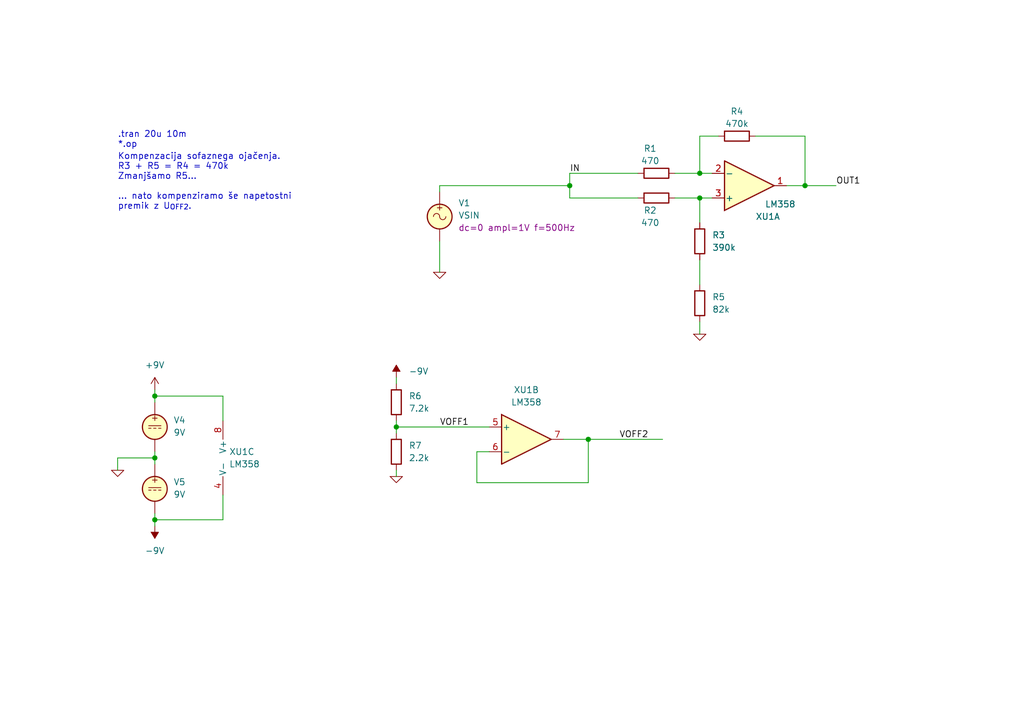
<source format=kicad_sch>
(kicad_sch (version 20250114) (generator "eeschema") (generator_version "9.0")
  (paper "A5")
  (lib_symbols
    (symbol "Amplifier_Operational:LM358" (pin_names (offset 0.127))
      (property "Reference" "U" (at 0 5.08 0))
      (property "Value" "LM358" (at 0 -5.08 0))
      (symbol "LM358_1_1"
        (polyline (pts (xy -5.08 5.08) (xy 5.08 0) (xy -5.08 -5.08) (xy -5.08 5.08)) (stroke (width 0.254)) (fill (type background)))
        (pin input line (at -7.62 2.54 0) (length 2.54) (name "+") (number "3"))
        (pin input line (at -7.62 -2.54 0) (length 2.54) (name "-") (number "2"))
        (pin output line (at 7.62 0 180) (length 2.54) (name "~") (number "1"))
      )
      (symbol "LM358_2_1"
        (polyline (pts (xy -5.08 5.08) (xy 5.08 0) (xy -5.08 -5.08) (xy -5.08 5.08)) (stroke (width 0.254)) (fill (type background)))
        (pin input line (at -7.62 2.54 0) (length 2.54) (name "+") (number "5"))
        (pin input line (at -7.62 -2.54 0) (length 2.54) (name "-") (number "6"))
        (pin output line (at 7.62 0 180) (length 2.54) (name "~") (number "7"))
      )
      (symbol "LM358_3_1"
        (pin power_in line (at -2.54 7.62 270) (length 3.81) (name "V+") (number "8"))
        (pin power_in line (at -2.54 -7.62 90) (length 3.81) (name "V-") (number "4"))
      )
    )
    (symbol "Device:R" (pin_numbers (hide yes)) (pin_names (offset 0))
      (property "Reference" "R" (at 2.032 0 90))
      (property "Value" "R" (at 0 0 90))
      (symbol "R_0_1"
        (rectangle (start -1.016 -2.54) (end 1.016 2.54) (stroke (width 0.254)))
      )
      (symbol "R_1_1"
        (pin passive line (at 0 3.81 270) (length 1.27) (name "~") (number "1"))
        (pin passive line (at 0 -3.81 90) (length 1.27) (name "~") (number "2"))
      )
    )
    (symbol "Simulation_SPICE:VDC" (pin_numbers (hide yes)) (pin_names (offset 0.0254))
      (property "Reference" "V" (at 2.54 2.54 0))
      (property "Value" "1" (at 2.54 0 0))
      (symbol "VDC_0_0"
        (polyline (pts (xy -1.27 0.254) (xy 1.27 0.254)))
        (polyline (pts (xy -0.762 -0.254) (xy -1.27 -0.254)))
        (polyline (pts (xy 0.254 -0.254) (xy -0.254 -0.254)))
        (polyline (pts (xy 1.27 -0.254) (xy 0.762 -0.254)))
        (text "+" (at 0 1.905 0) (effects (font (size 1.27 1.27))))
      )
      (symbol "VDC_0_1"
        (circle (center 0 0) (radius 2.54) (stroke (width 0.254)) (fill (type background)))
      )
      (symbol "VDC_1_1"
        (pin passive line (at 0 5.08 270) (length 2.54) (name "~") (number "1"))
        (pin passive line (at 0 -5.08 90) (length 2.54) (name "~") (number "2"))
      )
    )
    (symbol "Simulation_SPICE:VSIN" (pin_numbers (hide yes)) (pin_names (offset 0.0254))
      (property "Reference" "V" (at 2.54 2.54 0))
      (property "Value" "VSIN" (at 2.54 0 0))
      (property "Spice_Model" "sin(0 1 1k)" (at 2.54 -2.54 0))
      (symbol "VSIN_0_0"
        (arc (start -1.27 0) (mid -0.635 0.6323) (end 0 0))
        (arc (start 1.27 0) (mid 0.635 -0.6323) (end 0 0))
        (text "+" (at 0 1.905 0) (effects (font (size 1.27 1.27))))
      )
      (symbol "VSIN_0_1"
        (circle (center 0 0) (radius 2.54) (stroke (width 0.254)) (fill (type background)))
      )
      (symbol "VSIN_1_1"
        (pin passive line (at 0 5.08 270) (length 2.54) (name "~") (number "1"))
        (pin passive line (at 0 -5.08 90) (length 2.54) (name "~") (number "2"))
      )
    )
    (symbol "power:+9V" (power) (pin_names (offset 0))
      (property "Value" "+9V" (at 0 3.556 0))
      (symbol "+9V_0_1"
        (polyline (pts (xy -0.762 1.27) (xy 0 2.54)))
        (polyline (pts (xy 0 2.54) (xy 0.762 1.27)))
        (polyline (pts (xy 0 0) (xy 0 2.54)))
      )
      (symbol "+9V_1_1"
        (pin power_in line (at 0 0 90) (length 0) (hide yes) (name "+9V") (number "1"))
      )
    )
    (symbol "power:-9V" (power) (pin_names (offset 0))
      (property "Value" "-9V" (at 0 3.81 0))
      (symbol "-9V_0_1"
        (polyline (pts (xy 0 0) (xy 0 2.54)))
        (polyline (pts (xy 0.762 1.27) (xy -0.762 1.27) (xy 0 2.54) (xy 0.762 1.27)) (fill (type outline)))
      )
      (symbol "-9V_1_1"
        (pin power_in line (at 0 0 90) (length 0) (hide yes) (name "-9V") (number "1"))
      )
    )
    (symbol "pspice:0" (power) (pin_names (offset 0))
      (property "Value" "0" (at 0 -1.778 0))
      (symbol "0_0_1"
        (polyline (pts (xy -1.27 0) (xy 0 -1.27) (xy 1.27 0) (xy -1.27 0)))
      )
      (symbol "0_1_1"
        (pin power_in line (at 0 0 0) (length 0) (hide yes) (name "0") (number "1"))
      )
    )
  )
  (text "Kompenzacija sofaznega ojačenja.\nR3 + R5 = R4 = 470k\nZmanjšamo R5...\n\n... nato kompenziramo še napetostni\npremik z U_{OFF2}." (at 24.13 43.18 0) (effects (font (size 1.27 1.27)) (justify left bottom)))
  (text ".tran 20u 10m\n*.op" (at 24.13 30.48 0) (effects (font (size 1.27 1.27)) (justify left bottom)))
  (junction (at 165.1 38.1))
  (junction (at 143.51 40.64))
  (junction (at 81.28 87.63))
  (junction (at 116.84 38.1))
  (junction (at 31.75 93.98))
  (junction (at 31.75 106.68))
  (junction (at 31.75 81.28))
  (junction (at 143.51 35.56))
  (junction (at 120.65 90.17))
  (wire (pts (xy 165.1 38.1) (xy 161.29 38.1)))
  (wire (pts (xy 143.51 35.56) (xy 146.05 35.56)))
  (wire (pts (xy 45.72 86.36) (xy 45.72 81.28)))
  (wire (pts (xy 154.94 27.94) (xy 165.1 27.94)))
  (wire (pts (xy 143.51 53.34) (xy 143.51 58.42)))
  (wire (pts (xy 143.51 27.94) (xy 143.51 35.56)))
  (wire (pts (xy 120.65 90.17) (xy 135.89 90.17)))
  (wire (pts (xy 143.51 40.64) (xy 146.05 40.64)))
  (wire (pts (xy 97.79 92.71) (xy 97.79 99.06)))
  (wire (pts (xy 81.28 77.47) (xy 81.28 78.74)))
  (wire (pts (xy 100.33 92.71) (xy 97.79 92.71)))
  (wire (pts (xy 100.33 87.63) (xy 81.28 87.63)))
  (wire (pts (xy 165.1 38.1) (xy 171.45 38.1)))
  (wire (pts (xy 31.75 81.28) (xy 31.75 82.55)))
  (wire (pts (xy 24.13 96.52) (xy 24.13 93.98)))
  (wire (pts (xy 31.75 93.98) (xy 31.75 92.71)))
  (wire (pts (xy 31.75 105.41) (xy 31.75 106.68)))
  (wire (pts (xy 143.51 66.04) (xy 143.51 68.58)))
  (wire (pts (xy 116.84 35.56) (xy 130.81 35.56)))
  (wire (pts (xy 165.1 27.94) (xy 165.1 38.1)))
  (wire (pts (xy 116.84 38.1) (xy 116.84 40.64)))
  (wire (pts (xy 81.28 88.9) (xy 81.28 87.63)))
  (wire (pts (xy 45.72 106.68) (xy 31.75 106.68)))
  (wire (pts (xy 45.72 101.6) (xy 45.72 106.68)))
  (wire (pts (xy 31.75 106.68) (xy 31.75 107.95)))
  (wire (pts (xy 138.43 40.64) (xy 143.51 40.64)))
  (wire (pts (xy 120.65 90.17) (xy 115.57 90.17)))
  (wire (pts (xy 90.17 49.53) (xy 90.17 55.88)))
  (wire (pts (xy 147.32 27.94) (xy 143.51 27.94)))
  (wire (pts (xy 143.51 40.64) (xy 143.51 45.72)))
  (wire (pts (xy 31.75 80.01) (xy 31.75 81.28)))
  (wire (pts (xy 116.84 35.56) (xy 116.84 38.1)))
  (wire (pts (xy 120.65 99.06) (xy 120.65 90.17)))
  (wire (pts (xy 90.17 38.1) (xy 116.84 38.1)))
  (wire (pts (xy 81.28 96.52) (xy 81.28 97.79)))
  (wire (pts (xy 81.28 86.36) (xy 81.28 87.63)))
  (wire (pts (xy 97.79 99.06) (xy 120.65 99.06)))
  (wire (pts (xy 45.72 81.28) (xy 31.75 81.28)))
  (wire (pts (xy 116.84 40.64) (xy 130.81 40.64)))
  (wire (pts (xy 138.43 35.56) (xy 143.51 35.56)))
  (wire (pts (xy 24.13 93.98) (xy 31.75 93.98)))
  (wire (pts (xy 90.17 39.37) (xy 90.17 38.1)))
  (wire (pts (xy 31.75 93.98) (xy 31.75 95.25)))
  (label "VOFF1" (at 90.17 87.63 0))
  (label "OUT1" (at 171.45 38.1 0))
  (label "VOFF2" (at 127 90.17 0))
  (label "IN" (at 116.84 35.56 0))
  (symbol (lib_id "Device:R") (at 81.28 82.55 0) (unit 1)
    (property "Reference" "R6" (at 83.82 81.2799 0) (effects (justify left)))
    (property "Value" "7.2k" (at 83.82 83.8199 0) (effects (justify left)))
  )
  (symbol (lib_id "Simulation_SPICE:VDC") (at 31.75 100.33 0) (unit 1)
    (property "Reference" "V5" (at 35.56 98.9302 0) (effects (justify left)))
    (property "Value" "9V" (at 35.56 101.4702 0) (effects (justify left)))
    (property "Sim.Pins" "1=+ 2=-" (effects (hide yes)))
    (property "Sim.Type" "DC" (effects (hide yes)))
    (property "Sim.Device" "V" (effects (hide yes)))
  )
  (symbol (lib_id "Amplifier_Operational:LM358") (at 153.67 38.1 0) (mirror x) (unit 1)
    (property "Reference" "XU1" (at 157.48 44.45 0))
    (property "Value" "LM358" (at 160.02 41.91 0))
    (property "Datasheet" "http://www.ti.com/lit/ds/symlink/lm2904-n.pdf" (effects (hide yes)))
    (property "Sim.Library" "/home/david/.local/share/kicad/SpiceLibrary/Models/Operational Amplifier/LM358-dual.mod" (effects (hide yes)))
    (property "Sim.Name" "lm358_dual" (effects (hide yes)))
    (property "Sim.Pins" "1=1out 2=1in- 3=1in+ 4=vcc- 5=2in+ 6=2in- 7=2out 8=vcc+" (effects (hide yes)))
    (property "Sim.Device" "SUBCKT" (effects (hide yes)))
  )
  (symbol (lib_id "pspice:0") (at 24.13 96.52 0) (unit 1)
    (property "Reference" "#GND04" (effects (hide yes)))
    (property "Value" "0" (effects (hide yes)))
  )
  (symbol (lib_id "pspice:0") (at 143.51 68.58 0) (unit 1)
    (property "Reference" "#GND0101" (effects (hide yes)))
    (property "Value" "0" (effects (hide yes)))
  )
  (symbol (lib_id "pspice:0") (at 81.28 97.79 0) (unit 1)
    (property "Reference" "#GND02" (effects (hide yes)))
    (property "Value" "0" (effects (hide yes)))
  )
  (symbol (lib_id "Device:R") (at 134.62 40.64 90) (unit 1)
    (property "Reference" "R2" (at 133.35 43.18 90))
    (property "Value" "470" (at 133.35 45.72 90))
  )
  (symbol (lib_id "Device:R") (at 134.62 35.56 90) (unit 1)
    (property "Reference" "R1" (at 133.35 30.48 90))
    (property "Value" "470" (at 133.35 33.02 90))
  )
  (symbol (lib_id "pspice:0") (at 90.17 55.88 0) (unit 1)
    (property "Reference" "#GND01" (effects (hide yes)))
    (property "Value" "0" (effects (hide yes)))
  )
  (symbol (lib_id "power:-9V") (at 81.28 77.47 0) (unit 1)
    (property "Reference" "#PWR0101" (effects (hide yes)))
    (property "Value" "-9V" (at 83.82 76.1999 0) (effects (justify left)))
  )
  (symbol (lib_id "Device:R") (at 143.51 62.23 0) (unit 1)
    (property "Reference" "R5" (at 146.05 60.9599 0) (effects (justify left)))
    (property "Value" "82k" (at 146.05 63.4999 0) (effects (justify left)))
    (property "Sim.Device" "R" (effects (hide yes)))
    (property "Sim.Pins" "1=+ 2=-" (effects (hide yes)))
  )
  (symbol (lib_id "Simulation_SPICE:VDC") (at 31.75 87.63 0) (unit 1)
    (property "Reference" "V4" (at 35.56 86.2302 0) (effects (justify left)))
    (property "Value" "9V" (at 35.56 88.7702 0) (effects (justify left)))
    (property "Sim.Pins" "1=+ 2=-" (effects (hide yes)))
    (property "Sim.Type" "DC" (effects (hide yes)))
    (property "Sim.Device" "V" (effects (hide yes)))
  )
  (symbol (lib_id "power:+9V") (at 31.75 80.01 0) (unit 1)
    (property "Reference" "#PWR05" (effects (hide yes)))
    (property "Value" "+9V" (at 31.75 74.93 0))
  )
  (symbol (lib_id "Amplifier_Operational:LM358") (at 48.26 93.98 0) (unit 3)
    (property "Reference" "XU1" (at 46.99 92.7099 0) (effects (justify left)))
    (property "Value" "LM358" (at 46.99 95.2499 0) (effects (justify left)))
    (property "Datasheet" "http://www.ti.com/lit/ds/symlink/lm2904-n.pdf" (effects (hide yes)))
    (property "Sim.Library" "/home/david/.local/share/kicad/SpiceLibrary/Models/Operational Amplifier/LM358-dual.mod" (effects (hide yes)))
    (property "Sim.Name" "lm358_dual" (effects (hide yes)))
    (property "Sim.Pins" "1=1out 2=1in- 3=1in+ 4=vcc- 5=2in+ 6=2in- 7=2out 8=vcc+" (effects (hide yes)))
    (property "Sim.Device" "SUBCKT" (effects (hide yes)))
  )
  (symbol (lib_id "Device:R") (at 143.51 49.53 180) (unit 1)
    (property "Reference" "R3" (at 146.05 48.2599 0) (effects (justify right)))
    (property "Value" "390k" (at 146.05 50.7999 0) (effects (justify right)))
  )
  (symbol (lib_id "Device:R") (at 81.28 92.71 0) (unit 1)
    (property "Reference" "R7" (at 83.82 91.4399 0) (effects (justify left)))
    (property "Value" "2.2k" (at 83.82 93.9799 0) (effects (justify left)))
  )
  (symbol (lib_id "power:-9V") (at 31.75 107.95 180) (unit 1)
    (property "Reference" "#PWR01" (effects (hide yes)))
    (property "Value" "-9V" (at 31.75 113.03 0))
  )
  (symbol (lib_id "Amplifier_Operational:LM358") (at 107.95 90.17 0) (unit 2)
    (property "Reference" "XU1" (at 107.95 80.01 0))
    (property "Value" "LM358" (at 107.95 82.55 0))
    (property "Datasheet" "http://www.ti.com/lit/ds/symlink/lm2904-n.pdf" (effects (hide yes)))
    (property "Sim.Library" "/home/david/.local/share/kicad/SpiceLibrary/Models/Operational Amplifier/LM358-dual.mod" (effects (hide yes)))
    (property "Sim.Name" "lm358_dual" (effects (hide yes)))
    (property "Sim.Pins" "1=1out 2=1in- 3=1in+ 4=vcc- 5=2in+ 6=2in- 7=2out 8=vcc+" (effects (hide yes)))
    (property "Sim.Device" "SUBCKT" (effects (hide yes)))
  )
  (symbol (lib_id "Simulation_SPICE:VSIN") (at 90.17 44.45 0) (unit 1)
    (property "Reference" "V1" (at 93.98 41.6606 0) (effects (justify left)))
    (property "Value" "VSIN" (at 93.98 44.2006 0) (effects (justify left)))
    (property "Sim.Device" "V" (effects (hide yes)))
    (property "Sim.Type" "SIN" (effects (hide yes)))
    (property "Sim.Params" "dc=0 ampl=1V f=500Hz" (at 93.98 46.7406 0) (effects (justify left)))
    (property "Sim.Pins" "1=+ 2=-" (effects (hide yes)))
  )
  (symbol (lib_id "Device:R") (at 151.13 27.94 90) (unit 1)
    (property "Reference" "R4" (at 151.13 22.86 90))
    (property "Value" "470k" (at 151.13 25.4 90))
  )
)
</source>
